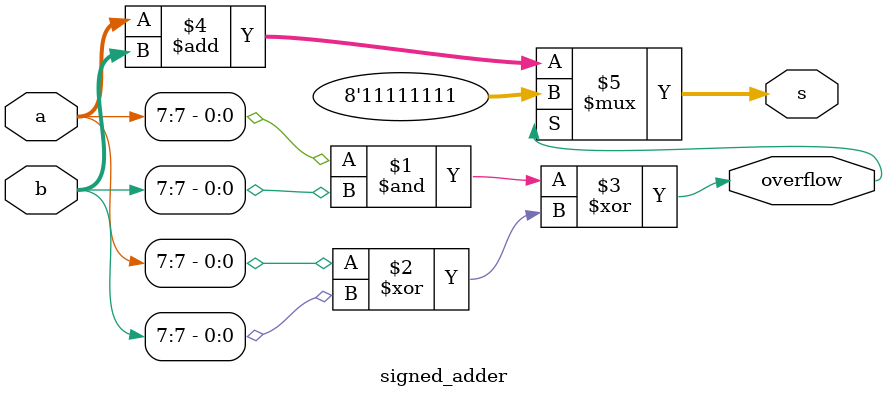
<source format=v>

module signed_adder(input [7:0] a,
    input [7:0] b,
    output [7:0] s,
    output overflow
); 

// The numbers a and b are added to the output s. 
// assign the occurence of the signed overflow of a and b to the output overflow.
// a signed overflow occurs if the most significant bits of a and b are low and the most significant bit of s is high
// a signed overflow may also occur if the most significant bits of a and b are high and the most significant bit of s is low


// The output s is assigned to the output overflow if the most significant bit of a and b are equal to the most significant bit of s.
// Otherwise, the output overflow is assigned to 1'b1.

assign overflow = (a[7] & b[7]) ^ (a[7] ^ b[7]);

// The output s is assigned to the output overflow if the most significant bit of a and b are equal to the most significant bit of s.
// Otherwise, the output overflow is assigned to 1'b1.

assign s = overflow ? 8'b11111111 : a + b;

endmodule

</source>
